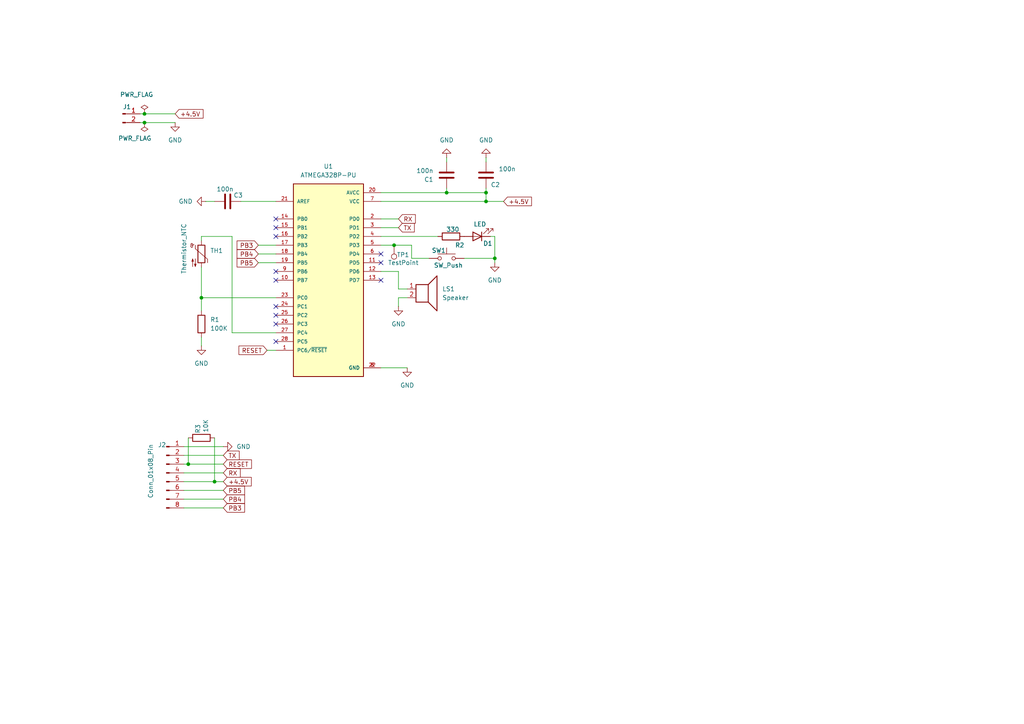
<source format=kicad_sch>
(kicad_sch (version 20231120) (generator "eeschema") (generator_version "8.0")
  (paper "A4")
  (title_block (title "Temperature Monitoring -- Team Project") (date "2024-05-24") (rev "v0.2") (company "Darmstadt University of applied sciences") (comment 1 "Team Project"))
  (lib_symbols
    (symbol "ATMEGA328P-PU:ATMEGA328P-PU" (pin_names (offset 1.016))
      (property "Reference" "U" (at -10.1706 28.9861 0))
      (property "Value" "ATMEGA328P-PU" (at -10.168 -31.5207 0))
      (symbol "ATMEGA328P-PU_0_0"
        (rectangle (start -10.16 -27.94) (end 10.16 27.94) (stroke (width 0.254)) (fill (type background)))
        (pin bidirectional line (at -15.24 -20.32 0) (length 5.08) (name "PC6/~{RESET}") (number "1"))
        (pin bidirectional line (at -15.24 0 0) (length 5.08) (name "PB7") (number "10"))
        (pin bidirectional line (at 15.24 5.08 180) (length 5.08) (name "PD5") (number "11"))
        (pin bidirectional line (at 15.24 2.54 180) (length 5.08) (name "PD6") (number "12"))
        (pin bidirectional line (at 15.24 0 180) (length 5.08) (name "PD7") (number "13"))
        (pin bidirectional line (at -15.24 17.78 0) (length 5.08) (name "PB0") (number "14"))
        (pin bidirectional line (at -15.24 15.24 0) (length 5.08) (name "PB1") (number "15"))
        (pin bidirectional line (at -15.24 12.7 0) (length 5.08) (name "PB2") (number "16"))
        (pin bidirectional line (at -15.24 10.16 0) (length 5.08) (name "PB3") (number "17"))
        (pin bidirectional line (at -15.24 7.62 0) (length 5.08) (name "PB4") (number "18"))
        (pin bidirectional line (at -15.24 5.08 0) (length 5.08) (name "PB5") (number "19"))
        (pin bidirectional line (at 15.24 17.78 180) (length 5.08) (name "PD0") (number "2"))
        (pin power_in line (at 15.24 25.4 180) (length 5.08) (name "AVCC") (number "20"))
        (pin input line (at -15.24 22.86 0) (length 5.08) (name "AREF") (number "21"))
        (pin power_in line (at 15.24 -25.4 180) (length 5.08) (name "GND") (number "22"))
        (pin bidirectional line (at -15.24 -5.08 0) (length 5.08) (name "PC0") (number "23"))
        (pin bidirectional line (at -15.24 -7.62 0) (length 5.08) (name "PC1") (number "24"))
        (pin bidirectional line (at -15.24 -10.16 0) (length 5.08) (name "PC2") (number "25"))
        (pin bidirectional line (at -15.24 -12.7 0) (length 5.08) (name "PC3") (number "26"))
        (pin bidirectional line (at -15.24 -15.24 0) (length 5.08) (name "PC4") (number "27"))
        (pin bidirectional line (at -15.24 -17.78 0) (length 5.08) (name "PC5") (number "28"))
        (pin bidirectional line (at 15.24 15.24 180) (length 5.08) (name "PD1") (number "3"))
        (pin bidirectional line (at 15.24 12.7 180) (length 5.08) (name "PD2") (number "4"))
        (pin bidirectional line (at 15.24 10.16 180) (length 5.08) (name "PD3") (number "5"))
        (pin bidirectional line (at 15.24 7.62 180) (length 5.08) (name "PD4") (number "6"))
        (pin power_in line (at 15.24 22.86 180) (length 5.08) (name "VCC") (number "7"))
        (pin power_in line (at 15.24 -25.4 180) (length 5.08) (name "GND") (number "8"))
        (pin bidirectional line (at -15.24 2.54 0) (length 5.08) (name "PB6") (number "9"))
      )
    )
    (symbol "Connector:Conn_01x02_Pin" (pin_names (offset 1.016) hide)
      (property "Reference" "J" (at 0 2.54 0))
      (property "Value" "Conn_01x02_Pin" (at 0 -5.08 0))
      (symbol "Conn_01x02_Pin_1_1"
        (polyline (pts (xy 1.27 -2.54) (xy 0.8636 -2.54)) (stroke (width 0.1524)))
        (polyline (pts (xy 1.27 0) (xy 0.8636 0)) (stroke (width 0.1524)))
        (rectangle (start 0.8636 -2.413) (end 0 -2.667) (stroke (width 0.1524)) (fill (type outline)))
        (rectangle (start 0.8636 0.127) (end 0 -0.127) (stroke (width 0.1524)) (fill (type outline)))
        (pin passive line (at 5.08 0 180) (length 3.81) (name "Pin_1") (number "1"))
        (pin passive line (at 5.08 -2.54 180) (length 3.81) (name "Pin_2") (number "2"))
      )
    )
    (symbol "Connector:Conn_01x08_Pin" (pin_names (offset 1.016) hide)
      (property "Reference" "J" (at 0 10.16 0))
      (property "Value" "Conn_01x08_Pin" (at 0 -12.7 0))
      (symbol "Conn_01x08_Pin_1_1"
        (polyline (pts (xy 1.27 -10.16) (xy 0.8636 -10.16)) (stroke (width 0.1524)))
        (polyline (pts (xy 1.27 -7.62) (xy 0.8636 -7.62)) (stroke (width 0.1524)))
        (polyline (pts (xy 1.27 -5.08) (xy 0.8636 -5.08)) (stroke (width 0.1524)))
        (polyline (pts (xy 1.27 -2.54) (xy 0.8636 -2.54)) (stroke (width 0.1524)))
        (polyline (pts (xy 1.27 0) (xy 0.8636 0)) (stroke (width 0.1524)))
        (polyline (pts (xy 1.27 2.54) (xy 0.8636 2.54)) (stroke (width 0.1524)))
        (polyline (pts (xy 1.27 5.08) (xy 0.8636 5.08)) (stroke (width 0.1524)))
        (polyline (pts (xy 1.27 7.62) (xy 0.8636 7.62)) (stroke (width 0.1524)))
        (rectangle (start 0.8636 -10.033) (end 0 -10.287) (stroke (width 0.1524)) (fill (type outline)))
        (rectangle (start 0.8636 -7.493) (end 0 -7.747) (stroke (width 0.1524)) (fill (type outline)))
        (rectangle (start 0.8636 -4.953) (end 0 -5.207) (stroke (width 0.1524)) (fill (type outline)))
        (rectangle (start 0.8636 -2.413) (end 0 -2.667) (stroke (width 0.1524)) (fill (type outline)))
        (rectangle (start 0.8636 0.127) (end 0 -0.127) (stroke (width 0.1524)) (fill (type outline)))
        (rectangle (start 0.8636 2.667) (end 0 2.413) (stroke (width 0.1524)) (fill (type outline)))
        (rectangle (start 0.8636 5.207) (end 0 4.953) (stroke (width 0.1524)) (fill (type outline)))
        (rectangle (start 0.8636 7.747) (end 0 7.493) (stroke (width 0.1524)) (fill (type outline)))
        (pin passive line (at 5.08 7.62 180) (length 3.81) (name "Pin_1") (number "1"))
        (pin passive line (at 5.08 5.08 180) (length 3.81) (name "Pin_2") (number "2"))
        (pin passive line (at 5.08 2.54 180) (length 3.81) (name "Pin_3") (number "3"))
        (pin passive line (at 5.08 0 180) (length 3.81) (name "Pin_4") (number "4"))
        (pin passive line (at 5.08 -2.54 180) (length 3.81) (name "Pin_5") (number "5"))
        (pin passive line (at 5.08 -5.08 180) (length 3.81) (name "Pin_6") (number "6"))
        (pin passive line (at 5.08 -7.62 180) (length 3.81) (name "Pin_7") (number "7"))
        (pin passive line (at 5.08 -10.16 180) (length 3.81) (name "Pin_8") (number "8"))
      )
    )
    (symbol "Connector:TestPoint" (pin_numbers hide) (pin_names (offset 0.762) hide)
      (property "Reference" "TP" (at 0 6.858 0))
      (property "Value" "TestPoint" (at 0 5.08 0))
      (symbol "TestPoint_0_1"
        (circle (center 0 3.302) (radius 0.762))
      )
      (symbol "TestPoint_1_1"
        (pin passive line (at 0 0 90) (length 2.54) (name "1") (number "1"))
      )
    )
    (symbol "Device:C" (pin_numbers hide) (pin_names (offset 0.254))
      (property "Reference" "C" (at 0.635 2.54 0))
      (property "Value" "C" (at 0.635 -2.54 0))
      (symbol "C_0_1"
        (polyline (pts (xy -2.032 -0.762) (xy 2.032 -0.762)) (stroke (width 0.508)))
        (polyline (pts (xy -2.032 0.762) (xy 2.032 0.762)) (stroke (width 0.508)))
      )
      (symbol "C_1_1"
        (pin passive line (at 0 3.81 270) (length 2.794) (name "~") (number "1"))
        (pin passive line (at 0 -3.81 90) (length 2.794) (name "~") (number "2"))
      )
    )
    (symbol "Device:LED" (pin_numbers hide) (pin_names (offset 1.016) hide)
      (property "Reference" "D" (at 0 2.54 0))
      (property "Value" "LED" (at 0 -2.54 0))
      (symbol "LED_0_1"
        (polyline (pts (xy -1.27 -1.27) (xy -1.27 1.27)) (stroke (width 0.254)))
        (polyline (pts (xy -1.27 0) (xy 1.27 0)))
        (polyline (pts (xy 1.27 -1.27) (xy 1.27 1.27) (xy -1.27 0) (xy 1.27 -1.27)) (stroke (width 0.254)))
        (polyline (pts (xy -3.048 -0.762) (xy -4.572 -2.286) (xy -3.81 -2.286) (xy -4.572 -2.286) (xy -4.572 -1.524)))
        (polyline (pts (xy -1.778 -0.762) (xy -3.302 -2.286) (xy -2.54 -2.286) (xy -3.302 -2.286) (xy -3.302 -1.524)))
      )
      (symbol "LED_1_1"
        (pin passive line (at -3.81 0 0) (length 2.54) (name "K") (number "1"))
        (pin passive line (at 3.81 0 180) (length 2.54) (name "A") (number "2"))
      )
    )
    (symbol "Device:R" (pin_numbers hide) (pin_names (offset 0))
      (property "Reference" "R" (at 2.032 0 90))
      (property "Value" "R" (at 0 0 90))
      (symbol "R_0_1"
        (rectangle (start -1.016 -2.54) (end 1.016 2.54) (stroke (width 0.254)))
      )
      (symbol "R_1_1"
        (pin passive line (at 0 3.81 270) (length 1.27) (name "~") (number "1"))
        (pin passive line (at 0 -3.81 90) (length 1.27) (name "~") (number "2"))
      )
    )
    (symbol "Device:Speaker" (pin_names (offset 0) hide)
      (property "Reference" "LS" (at 1.27 5.715 0))
      (property "Value" "Speaker" (at 1.27 3.81 0))
      (symbol "Speaker_0_0"
        (rectangle (start -2.54 1.27) (end 1.016 -3.81) (stroke (width 0.254)))
        (polyline (pts (xy 1.016 1.27) (xy 3.556 3.81) (xy 3.556 -6.35) (xy 1.016 -3.81)) (stroke (width 0.254)))
      )
      (symbol "Speaker_1_1"
        (pin input line (at -5.08 0 0) (length 2.54) (name "1") (number "1"))
        (pin input line (at -5.08 -2.54 0) (length 2.54) (name "2") (number "2"))
      )
    )
    (symbol "Device:Thermistor_NTC" (pin_numbers hide) (pin_names (offset 0))
      (property "Reference" "TH" (at -4.445 0 90))
      (property "Value" "Thermistor_NTC" (at 3.175 0 90))
      (symbol "Thermistor_NTC_0_1"
        (arc (start -3.048 2.159) (mid -3.0495 2.3143) (end -3.175 2.413))
        (arc (start -3.048 2.159) (mid -2.9736 1.9794) (end -2.794 1.905))
        (arc (start -3.048 2.794) (mid -2.9736 2.6144) (end -2.794 2.54))
        (arc (start -2.794 1.905) (mid -2.6144 1.9794) (end -2.54 2.159))
        (arc (start -2.794 2.54) (mid -2.4393 2.5587) (end -2.159 2.794))
        (arc (start -2.794 3.048) (mid -2.9736 2.9736) (end -3.048 2.794))
        (arc (start -2.54 2.794) (mid -2.6144 2.9736) (end -2.794 3.048))
        (rectangle (start -1.016 2.54) (end 1.016 -2.54) (stroke (width 0.254)))
        (polyline (pts (xy -2.54 2.159) (xy -2.54 2.794)))
        (polyline (pts (xy -1.778 2.54) (xy -1.778 1.524) (xy 1.778 -1.524) (xy 1.778 -2.54)))
        (polyline (pts (xy -2.54 -3.683) (xy -2.54 -1.397) (xy -2.794 -2.159) (xy -2.286 -2.159) (xy -2.54 -1.397) (xy -2.54 -1.651)) (fill (type outline)))
        (polyline (pts (xy -1.778 -1.397) (xy -1.778 -3.683) (xy -2.032 -2.921) (xy -1.524 -2.921) (xy -1.778 -3.683) (xy -1.778 -3.429)) (fill (type outline)))
      )
      (symbol "Thermistor_NTC_1_1"
        (pin passive line (at 0 3.81 270) (length 1.27) (name "~") (number "1"))
        (pin passive line (at 0 -3.81 90) (length 1.27) (name "~") (number "2"))
      )
    )
    (symbol "Switch:SW_Push" (pin_numbers hide) (pin_names (offset 1.016) hide)
      (property "Reference" "SW" (at 1.27 2.54 0))
      (property "Value" "SW_Push" (at 0 -1.524 0))
      (symbol "SW_Push_0_1"
        (circle (center -2.032 0) (radius 0.508))
        (polyline (pts (xy 0 1.27) (xy 0 3.048)))
        (polyline (pts (xy 2.54 1.27) (xy -2.54 1.27)))
        (circle (center 2.032 0) (radius 0.508))
        (pin passive line (at -5.08 0 0) (length 2.54) (name "1") (number "1"))
        (pin passive line (at 5.08 0 180) (length 2.54) (name "2") (number "2"))
      )
    )
    (symbol "power:GND" (power) (pin_numbers hide) (pin_names (offset 0) hide)
      (property "Value" "GND" (at 0 -3.81 0))
      (symbol "GND_0_1"
        (polyline (pts (xy 0 0) (xy 0 -1.27) (xy 1.27 -1.27) (xy 0 -2.54) (xy -1.27 -1.27) (xy 0 -1.27)))
      )
      (symbol "GND_1_1"
        (pin power_in line (at 0 0 270) (length 0) (name "~") (number "1"))
      )
    )
    (symbol "power:PWR_FLAG" (power) (pin_numbers hide) (pin_names (offset 0) hide)
      (property "Value" "PWR_FLAG" (at 0 3.81 0))
      (symbol "PWR_FLAG_0_0"
        (pin power_out line (at 0 0 90) (length 0) (name "~") (number "1"))
      )
      (symbol "PWR_FLAG_0_1"
        (polyline (pts (xy 0 0) (xy 0 1.27) (xy -1.016 1.905) (xy 0 2.54) (xy 1.016 1.905) (xy 0 1.27)))
      )
    )
  )
  (junction (at 143.51 74.93))
  (junction (at 140.97 58.42))
  (junction (at 58.42 86.36))
  (junction (at 114.3 71.12))
  (junction (at 62.23 139.7))
  (junction (at 54.61 134.62))
  (junction (at 41.91 33.02))
  (junction (at 129.54 55.88))
  (junction (at 140.97 55.88))
  (junction (at 41.91 35.56))
  (no_connect (at 80.01 68.58))
  (no_connect (at 80.01 81.28))
  (no_connect (at 80.01 63.5))
  (no_connect (at 80.01 93.98))
  (no_connect (at 80.01 78.74))
  (no_connect (at 80.01 91.44))
  (no_connect (at 110.49 81.28))
  (no_connect (at 80.01 66.04))
  (no_connect (at 110.49 73.66))
  (no_connect (at 110.49 76.2))
  (no_connect (at 80.01 99.06))
  (no_connect (at 80.01 88.9))
  (wire (pts (xy 41.91 35.56) (xy 50.8 35.56)))
  (wire (pts (xy 54.61 134.62) (xy 64.77 134.62)))
  (wire (pts (xy 110.49 66.04) (xy 115.57 66.04)))
  (wire (pts (xy 74.93 76.2) (xy 80.01 76.2)))
  (wire (pts (xy 58.42 77.47) (xy 58.42 86.36)))
  (wire (pts (xy 119.38 71.12) (xy 119.38 74.93)))
  (wire (pts (xy 134.62 74.93) (xy 143.51 74.93)))
  (wire (pts (xy 40.64 33.02) (xy 41.91 33.02)))
  (wire (pts (xy 41.91 33.02) (xy 50.8 33.02)))
  (wire (pts (xy 110.49 63.5) (xy 115.57 63.5)))
  (wire (pts (xy 53.34 139.7) (xy 62.23 139.7)))
  (wire (pts (xy 115.57 83.82) (xy 118.11 83.82)))
  (wire (pts (xy 74.93 71.12) (xy 80.01 71.12)))
  (wire (pts (xy 110.49 68.58) (xy 127 68.58)))
  (wire (pts (xy 59.69 58.42) (xy 62.23 58.42)))
  (wire (pts (xy 40.64 35.56) (xy 41.91 35.56)))
  (wire (pts (xy 110.49 78.74) (xy 115.57 78.74)))
  (wire (pts (xy 110.49 55.88) (xy 129.54 55.88)))
  (wire (pts (xy 115.57 86.36) (xy 118.11 86.36)))
  (wire (pts (xy 140.97 58.42) (xy 146.05 58.42)))
  (wire (pts (xy 58.42 86.36) (xy 80.01 86.36)))
  (wire (pts (xy 77.47 101.6) (xy 80.01 101.6)))
  (wire (pts (xy 53.34 129.54) (xy 64.77 129.54)))
  (wire (pts (xy 110.49 58.42) (xy 140.97 58.42)))
  (wire (pts (xy 58.42 97.79) (xy 58.42 100.33)))
  (wire (pts (xy 140.97 46.99) (xy 140.97 45.72)))
  (wire (pts (xy 114.3 71.12) (xy 119.38 71.12)))
  (wire (pts (xy 140.97 54.61) (xy 140.97 55.88)))
  (wire (pts (xy 53.34 142.24) (xy 64.77 142.24)))
  (wire (pts (xy 143.51 68.58) (xy 142.24 68.58)))
  (wire (pts (xy 53.34 147.32) (xy 64.77 147.32)))
  (wire (pts (xy 58.42 68.58) (xy 67.31 68.58)))
  (wire (pts (xy 53.34 144.78) (xy 64.77 144.78)))
  (wire (pts (xy 53.34 134.62) (xy 54.61 134.62)))
  (wire (pts (xy 143.51 68.58) (xy 143.51 74.93)))
  (wire (pts (xy 143.51 74.93) (xy 143.51 76.2)))
  (wire (pts (xy 129.54 55.88) (xy 140.97 55.88)))
  (wire (pts (xy 62.23 127) (xy 62.23 139.7)))
  (wire (pts (xy 54.61 127) (xy 54.61 134.62)))
  (wire (pts (xy 53.34 132.08) (xy 64.77 132.08)))
  (wire (pts (xy 119.38 74.93) (xy 124.46 74.93)))
  (wire (pts (xy 58.42 86.36) (xy 58.42 90.17)))
  (wire (pts (xy 110.49 71.12) (xy 114.3 71.12)))
  (wire (pts (xy 129.54 46.99) (xy 129.54 45.72)))
  (wire (pts (xy 58.42 69.85) (xy 58.42 68.58)))
  (wire (pts (xy 67.31 68.58) (xy 67.31 96.52)))
  (wire (pts (xy 129.54 54.61) (xy 129.54 55.88)))
  (wire (pts (xy 74.93 73.66) (xy 80.01 73.66)))
  (wire (pts (xy 67.31 96.52) (xy 80.01 96.52)))
  (wire (pts (xy 140.97 55.88) (xy 140.97 58.42)))
  (wire (pts (xy 69.85 58.42) (xy 80.01 58.42)))
  (wire (pts (xy 53.34 137.16) (xy 64.77 137.16)))
  (wire (pts (xy 110.49 106.68) (xy 118.11 106.68)))
  (wire (pts (xy 62.23 139.7) (xy 64.77 139.7)))
  (wire (pts (xy 115.57 88.9) (xy 115.57 86.36)))
  (wire (pts (xy 115.57 78.74) (xy 115.57 83.82)))
  (global_label "PB5" (shape input) (at 64.77 142.24 0) (property "Intersheetrefs" "${INTERSHEET_REFS}" (effects (hide yes))))
  (global_label "RX" (shape input) (at 115.57 63.5 0) (property "Intersheetrefs" "${INTERSHEET_REFS}" (effects (hide yes))))
  (global_label "+4.5V" (shape input) (at 50.8 33.02 0) (property "Intersheetrefs" "${INTERSHEET_REFS}" (effects (hide yes))))
  (global_label "+4.5V" (shape input) (at 64.77 139.7 0) (property "Intersheetrefs" "${INTERSHEET_REFS}" (effects (hide yes))))
  (global_label "RESET" (shape input) (at 64.77 134.62 0) (property "Intersheetrefs" "${INTERSHEET_REFS}" (effects (hide yes))))
  (global_label "TX" (shape input) (at 64.77 132.08 0) (property "Intersheetrefs" "${INTERSHEET_REFS}" (effects (hide yes))))
  (global_label "RESET" (shape input) (at 77.47 101.6 180) (property "Intersheetrefs" "${INTERSHEET_REFS}" (effects (hide yes))))
  (global_label "PB4" (shape input) (at 64.77 144.78 0) (property "Intersheetrefs" "${INTERSHEET_REFS}" (effects (hide yes))))
  (global_label "PB5" (shape input) (at 74.93 76.2 180) (property "Intersheetrefs" "${INTERSHEET_REFS}" (effects (hide yes))))
  (global_label "PB3" (shape input) (at 74.93 71.12 180) (property "Intersheetrefs" "${INTERSHEET_REFS}" (effects (hide yes))))
  (global_label "TX" (shape input) (at 115.57 66.04 0) (property "Intersheetrefs" "${INTERSHEET_REFS}" (effects (hide yes))))
  (global_label "RX" (shape input) (at 64.77 137.16 0) (property "Intersheetrefs" "${INTERSHEET_REFS}" (effects (hide yes))))
  (global_label "PB3" (shape input) (at 64.77 147.32 0) (property "Intersheetrefs" "${INTERSHEET_REFS}" (effects (hide yes))))
  (global_label "PB4" (shape input) (at 74.93 73.66 180) (property "Intersheetrefs" "${INTERSHEET_REFS}" (effects (hide yes))))
  (global_label "+4.5V" (shape input) (at 146.05 58.42 0) (property "Intersheetrefs" "${INTERSHEET_REFS}" (effects (hide yes))))
  (symbol (lib_id "Device:Speaker") (at 123.19 83.82 0) (unit 1)
    (property "Reference" "LS1" (at 128.27 83.8199 0) (effects (justify left)))
    (property "Value" "Speaker" (at 128.27 86.3599 0) (effects (justify left)))
    (property "Footprint" "Buzzer_Beeper:Buzzer_15x7.5RM7.6" (effects (hide yes)))
    (property "Description" "Speaker" (effects (hide yes)))
  )
  (symbol (lib_id "power:GND") (at 118.11 106.68 0) (unit 1)
    (property "Reference" "#PWR06" (effects (hide yes)))
    (property "Value" "GND" (at 118.11 111.76 0))
    (property "Description" "Power symbol creates a global label with name \"GND\" , ground" (effects (hide yes)))
  )
  (symbol (lib_id "power:GND") (at 59.69 58.42 270) (unit 1)
    (property "Reference" "#PWR04" (effects (hide yes)))
    (property "Value" "GND" (at 55.88 58.4199 90) (effects (justify right)))
    (property "Description" "Power symbol creates a global label with name \"GND\" , ground" (effects (hide yes)))
  )
  (symbol (lib_id "Device:R") (at 58.42 127 90) (unit 1)
    (property "Reference" "R3" (at 57.404 125.73 0) (effects (justify left)))
    (property "Value" "10K" (at 59.69 125.476 0) (effects (justify left)))
    (property "Footprint" "Resistor_THT:R_Axial_DIN0207_L6.3mm_D2.5mm_P10.16mm_Horizontal" (effects (hide yes)))
    (property "Description" "Resistor" (effects (hide yes)))
  )
  (symbol (lib_id "power:GND") (at 64.77 129.54 90) (unit 1)
    (property "Reference" "#PWR010" (effects (hide yes)))
    (property "Value" "GND" (at 68.58 129.5399 90) (effects (justify right)))
    (property "Description" "Power symbol creates a global label with name \"GND\" , ground" (effects (hide yes)))
  )
  (symbol (lib_id "Device:LED") (at 138.43 68.58 180) (unit 1)
    (property "Reference" "D1" (at 141.478 70.612 0))
    (property "Value" "LED" (at 139.192 65.024 0))
    (property "Footprint" "LED_THT:LED_D5.0mm" (effects (hide yes)))
    (property "Description" "Light emitting diode" (effects (hide yes)))
  )
  (symbol (lib_id "Device:R") (at 58.42 93.98 0) (unit 1)
    (property "Reference" "R1" (at 60.96 92.7099 0) (effects (justify left)))
    (property "Value" "100K" (at 60.96 95.2499 0) (effects (justify left)))
    (property "Footprint" "Resistor_THT:R_Axial_DIN0207_L6.3mm_D2.5mm_P10.16mm_Horizontal" (effects (hide yes)))
    (property "Description" "Resistor" (effects (hide yes)))
  )
  (symbol (lib_id "power:PWR_FLAG") (at 41.91 35.56 180) (unit 1)
    (property "Reference" "#FLG02" (effects (hide yes)))
    (property "Value" "PWR_FLAG" (at 39.116 40.132 0))
    (property "Description" "Special symbol for telling ERC where power comes from" (effects (hide yes)))
  )
  (symbol (lib_id "Device:Thermistor_NTC") (at 58.42 73.66 0) (unit 1)
    (property "Reference" "TH1" (at 60.96 72.7074 0) (effects (justify left)))
    (property "Value" "Thermistor_NTC" (at 53.34 79.502 90) (effects (justify left)))
    (property "Footprint" "Resistor_THT:R_Axial_DIN0207_L6.3mm_D2.5mm_P10.16mm_Horizontal" (effects (hide yes)))
    (property "Description" "Temperature dependent resistor, negative temperature coefficient" (effects (hide yes)))
  )
  (symbol (lib_id "power:PWR_FLAG") (at 41.91 33.02 0) (unit 1)
    (property "Reference" "#FLG01" (effects (hide yes)))
    (property "Value" "PWR_FLAG" (at 39.624 27.432 0))
    (property "Description" "Special symbol for telling ERC where power comes from" (effects (hide yes)))
  )
  (symbol (lib_id "power:GND") (at 129.54 45.72 180) (unit 1)
    (property "Reference" "#PWR03" (effects (hide yes)))
    (property "Value" "GND" (at 129.54 40.64 0))
    (property "Description" "Power symbol creates a global label with name \"GND\" , ground" (effects (hide yes)))
  )
  (symbol (lib_id "power:GND") (at 115.57 88.9 0) (unit 1)
    (property "Reference" "#PWR09" (effects (hide yes)))
    (property "Value" "GND" (at 115.57 93.98 0))
    (property "Description" "Power symbol creates a global label with name \"GND\" , ground" (effects (hide yes)))
  )
  (symbol (lib_id "Connector:Conn_01x08_Pin") (at 48.26 137.16 0) (unit 1)
    (property "Reference" "J2" (at 46.99 129.032 0))
    (property "Value" "Conn_01x08_Pin" (at 43.688 136.652 90))
    (property "Footprint" "Connector_PinHeader_2.54mm:PinHeader_1x08_P2.54mm_Vertical" (effects (hide yes)))
    (property "Description" "Generic connector, single row, 01x08, script generated" (effects (hide yes)))
  )
  (symbol (lib_id "Connector:TestPoint") (at 114.3 71.12 180) (unit 1)
    (property "Reference" "TP1" (at 115.062 73.914 0) (effects (justify right)))
    (property "Value" "TestPoint" (at 112.522 76.2 0) (effects (justify right)))
    (property "Footprint" "Connector_PinHeader_2.54mm:PinHeader_1x01_P2.54mm_Vertical" (effects (hide yes)))
    (property "Description" "test point" (effects (hide yes)))
  )
  (symbol (lib_id "power:GND") (at 140.97 45.72 180) (unit 1)
    (property "Reference" "#PWR05" (effects (hide yes)))
    (property "Value" "GND" (at 140.97 40.64 0))
    (property "Description" "Power symbol creates a global label with name \"GND\" , ground" (effects (hide yes)))
  )
  (symbol (lib_id "power:GND") (at 50.8 35.56 0) (unit 1)
    (property "Reference" "#PWR02" (effects (hide yes)))
    (property "Value" "GND" (at 50.8 40.64 0))
    (property "Description" "Power symbol creates a global label with name \"GND\" , ground" (effects (hide yes)))
  )
  (symbol (lib_id "Connector:Conn_01x02_Pin") (at 35.56 33.02 0) (unit 1)
    (property "Reference" "J1" (at 36.83 30.988 0))
    (property "Value" "Conn_01x02_Pin" (effects (hide yes)))
    (property "Footprint" "Connector_PinHeader_2.54mm:PinHeader_1x02_P2.54mm_Vertical" (effects (hide yes)))
    (property "Description" "Generic connector, single row, 01x02, script generated" (effects (hide yes)))
  )
  (symbol (lib_id "power:GND") (at 143.51 76.2 0) (unit 1)
    (property "Reference" "#PWR08" (effects (hide yes)))
    (property "Value" "GND" (at 143.51 81.28 0))
    (property "Description" "Power symbol creates a global label with name \"GND\" , ground" (effects (hide yes)))
  )
  (symbol (lib_id "ATMEGA328P-PU:ATMEGA328P-PU") (at 95.25 81.28 0) (unit 1)
    (property "Reference" "U1" (at 95.25 48.26 0))
    (property "Value" "ATMEGA328P-PU" (at 95.25 50.8 0))
    (property "Footprint" "ATMEGA328-PU:DIP787W46P254L3467H508Q28" (effects (hide yes)))
    (property "MF" "Microchip" (effects (hide yes)))
    (property "Description_1" "\nMCU 8-bit - AVR ATmega Family ATmega328 Series Microcontrollers - 20 MHz - 32 KB - 2 KB - 28 Pins.\n" (effects (hide yes)))
    (property "Package" "PDIP-28 Atmel" (effects (hide yes)))
    (property "Check_prices" "https://www.snapeda.com/parts/ATMEGA328P-PU/Microchip/view-part/?ref=eda" (effects (hide yes)))
    (property "RS_Components_1310276_Purchase_URL" "https://www.snapeda.com/api/url_track_click/https%253A//uk.rs-online.com/web/p/microcontrollers/1310276//%253Futm_campaign%253Dbuynow%2526utm_medium%253Daggregator%2526utm_source%253Dsnapeda%2526cm_mmc%253Daff-_-uk-_-snapeda-_-1310276/?unipart_id=44282&manufacturer=Microchip&part_name=ATMEGA328P-PU&search_term=atmega328p-pu" (effects (hide yes)))
    (property "SnapEDA_Link" "https://www.snapeda.com/parts/ATMEGA328P-PU/Microchip/view-part/?ref=snap" (effects (hide yes)))
    (property "MP" "ATMEGA328P-PU" (effects (hide yes)))
    (property "RS_Components_1310276P_Purchase_URL" "https://www.snapeda.com/api/url_track_click/https%253A//uk.rs-online.com/web/p/microcontrollers/1310276p//%253Futm_campaign%253Dbuynow%2526utm_medium%253Daggregator%2526utm_source%253Dsnapeda%2526cm_mmc%253Daff-_-uk-_-snapeda-_-1310276P/?unipart_id=44282&manufacturer=Microchip&part_name=ATMEGA328P-PU&search_term=atmega328p-pu" (effects (hide yes)))
    (property "MANUFACTURER" "Atmel" (effects (hide yes)))
  )
  (symbol (lib_id "Device:C") (at 66.04 58.42 90) (unit 1)
    (property "Reference" "C3" (at 69.088 56.642 90))
    (property "Value" "100n" (at 65.278 54.864 90))
    (property "Footprint" "Capacitor_THT:C_Disc_D5.0mm_W2.5mm_P2.50mm" (effects (hide yes)))
    (property "Description" "Unpolarized capacitor" (effects (hide yes)))
  )
  (symbol (lib_id "Switch:SW_Push") (at 129.54 74.93 0) (unit 1)
    (property "Reference" "SW1" (at 127.254 72.644 0))
    (property "Value" "SW_Push" (at 130.048 76.962 0))
    (property "Footprint" "Button_Switch_THT:SW_PUSH_6mm_H7.3mm" (effects (hide yes)))
    (property "Description" "Push button switch, generic, two pins" (effects (hide yes)))
  )
  (symbol (lib_id "Device:C") (at 140.97 50.8 180) (unit 1)
    (property "Reference" "C2" (at 145.034 53.594 0) (effects (justify left)))
    (property "Value" "100n" (at 149.606 49.022 0) (effects (justify left)))
    (property "Footprint" "Capacitor_THT:C_Disc_D5.0mm_W2.5mm_P2.50mm" (effects (hide yes)))
    (property "Description" "Unpolarized capacitor" (effects (hide yes)))
  )
  (symbol (lib_id "Device:C") (at 129.54 50.8 180) (unit 1)
    (property "Reference" "C1" (at 125.73 52.0701 0) (effects (justify left)))
    (property "Value" "100n" (at 125.73 49.5301 0) (effects (justify left)))
    (property "Footprint" "Capacitor_THT:C_Disc_D5.0mm_W2.5mm_P2.50mm" (effects (hide yes)))
    (property "Description" "Unpolarized capacitor" (effects (hide yes)))
  )
  (symbol (lib_id "power:GND") (at 58.42 100.33 0) (unit 1)
    (property "Reference" "#PWR07" (effects (hide yes)))
    (property "Value" "GND" (at 58.42 105.41 0))
    (property "Description" "Power symbol creates a global label with name \"GND\" , ground" (effects (hide yes)))
  )
  (symbol (lib_id "Device:R") (at 130.81 68.58 90) (unit 1)
    (property "Reference" "R2" (at 133.35 71.12 90))
    (property "Value" "330" (at 131.318 66.548 90))
    (property "Footprint" "Resistor_THT:R_Axial_DIN0207_L6.3mm_D2.5mm_P10.16mm_Horizontal" (effects (hide yes)))
    (property "Description" "Resistor" (effects (hide yes)))
  )
)
</source>
